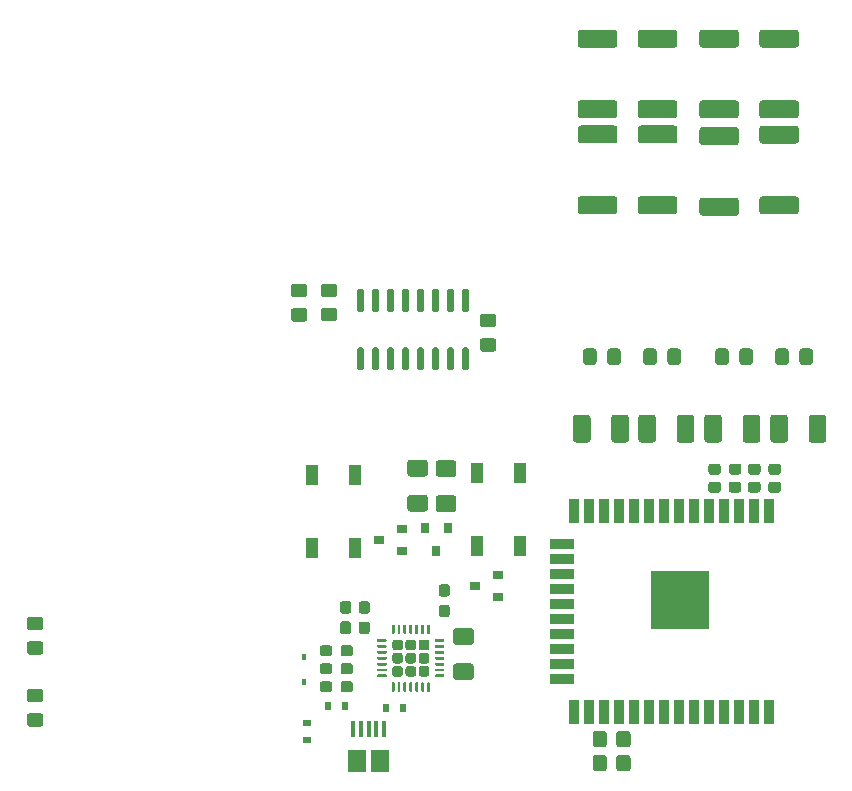
<source format=gbr>
G04 #@! TF.GenerationSoftware,KiCad,Pcbnew,(5.1.12)-1*
G04 #@! TF.CreationDate,2021-12-31T09:04:50-03:00*
G04 #@! TF.ProjectId,hamodule,68616d6f-6475-46c6-952e-6b696361645f,rev?*
G04 #@! TF.SameCoordinates,Original*
G04 #@! TF.FileFunction,Paste,Top*
G04 #@! TF.FilePolarity,Positive*
%FSLAX46Y46*%
G04 Gerber Fmt 4.6, Leading zero omitted, Abs format (unit mm)*
G04 Created by KiCad (PCBNEW (5.1.12)-1) date 2021-12-31 09:04:50*
%MOMM*%
%LPD*%
G01*
G04 APERTURE LIST*
%ADD10R,0.450000X0.600000*%
%ADD11R,0.900000X0.800000*%
%ADD12R,1.500000X1.900000*%
%ADD13R,0.400000X1.350000*%
%ADD14R,5.000000X5.000000*%
%ADD15R,0.900000X2.000000*%
%ADD16R,2.000000X0.900000*%
%ADD17R,0.600000X0.700000*%
%ADD18R,0.700000X0.600000*%
%ADD19R,0.800000X0.900000*%
%ADD20R,1.100000X1.800000*%
G04 APERTURE END LIST*
G36*
G01*
X162231000Y-142084500D02*
X162681000Y-142084500D01*
G75*
G02*
X162906000Y-142309500I0J-225000D01*
G01*
X162906000Y-142759500D01*
G75*
G02*
X162681000Y-142984500I-225000J0D01*
G01*
X162231000Y-142984500D01*
G75*
G02*
X162006000Y-142759500I0J225000D01*
G01*
X162006000Y-142309500D01*
G75*
G02*
X162231000Y-142084500I225000J0D01*
G01*
G37*
G36*
G01*
X163351000Y-142084500D02*
X163801000Y-142084500D01*
G75*
G02*
X164026000Y-142309500I0J-225000D01*
G01*
X164026000Y-142759500D01*
G75*
G02*
X163801000Y-142984500I-225000J0D01*
G01*
X163351000Y-142984500D01*
G75*
G02*
X163126000Y-142759500I0J225000D01*
G01*
X163126000Y-142309500D01*
G75*
G02*
X163351000Y-142084500I225000J0D01*
G01*
G37*
G36*
G01*
X164471000Y-142084500D02*
X164921000Y-142084500D01*
G75*
G02*
X165146000Y-142309500I0J-225000D01*
G01*
X165146000Y-142759500D01*
G75*
G02*
X164921000Y-142984500I-225000J0D01*
G01*
X164471000Y-142984500D01*
G75*
G02*
X164246000Y-142759500I0J225000D01*
G01*
X164246000Y-142309500D01*
G75*
G02*
X164471000Y-142084500I225000J0D01*
G01*
G37*
G36*
G01*
X162231000Y-140964500D02*
X162681000Y-140964500D01*
G75*
G02*
X162906000Y-141189500I0J-225000D01*
G01*
X162906000Y-141639500D01*
G75*
G02*
X162681000Y-141864500I-225000J0D01*
G01*
X162231000Y-141864500D01*
G75*
G02*
X162006000Y-141639500I0J225000D01*
G01*
X162006000Y-141189500D01*
G75*
G02*
X162231000Y-140964500I225000J0D01*
G01*
G37*
G36*
G01*
X163351000Y-140964500D02*
X163801000Y-140964500D01*
G75*
G02*
X164026000Y-141189500I0J-225000D01*
G01*
X164026000Y-141639500D01*
G75*
G02*
X163801000Y-141864500I-225000J0D01*
G01*
X163351000Y-141864500D01*
G75*
G02*
X163126000Y-141639500I0J225000D01*
G01*
X163126000Y-141189500D01*
G75*
G02*
X163351000Y-140964500I225000J0D01*
G01*
G37*
G36*
G01*
X164471000Y-140964500D02*
X164921000Y-140964500D01*
G75*
G02*
X165146000Y-141189500I0J-225000D01*
G01*
X165146000Y-141639500D01*
G75*
G02*
X164921000Y-141864500I-225000J0D01*
G01*
X164471000Y-141864500D01*
G75*
G02*
X164246000Y-141639500I0J225000D01*
G01*
X164246000Y-141189500D01*
G75*
G02*
X164471000Y-140964500I225000J0D01*
G01*
G37*
G36*
G01*
X162231000Y-139844500D02*
X162681000Y-139844500D01*
G75*
G02*
X162906000Y-140069500I0J-225000D01*
G01*
X162906000Y-140519500D01*
G75*
G02*
X162681000Y-140744500I-225000J0D01*
G01*
X162231000Y-140744500D01*
G75*
G02*
X162006000Y-140519500I0J225000D01*
G01*
X162006000Y-140069500D01*
G75*
G02*
X162231000Y-139844500I225000J0D01*
G01*
G37*
G36*
G01*
X163351000Y-139844500D02*
X163801000Y-139844500D01*
G75*
G02*
X164026000Y-140069500I0J-225000D01*
G01*
X164026000Y-140519500D01*
G75*
G02*
X163801000Y-140744500I-225000J0D01*
G01*
X163351000Y-140744500D01*
G75*
G02*
X163126000Y-140519500I0J225000D01*
G01*
X163126000Y-140069500D01*
G75*
G02*
X163351000Y-139844500I225000J0D01*
G01*
G37*
G36*
G01*
X164471000Y-139844500D02*
X164921000Y-139844500D01*
G75*
G02*
X165146000Y-140069500I0J-225000D01*
G01*
X165146000Y-140519500D01*
G75*
G02*
X164921000Y-140744500I-225000J0D01*
G01*
X164471000Y-140744500D01*
G75*
G02*
X164246000Y-140519500I0J225000D01*
G01*
X164246000Y-140069500D01*
G75*
G02*
X164471000Y-139844500I225000J0D01*
G01*
G37*
G36*
G01*
X165688500Y-139789500D02*
X166363500Y-139789500D01*
G75*
G02*
X166426000Y-139852000I0J-62500D01*
G01*
X166426000Y-139977000D01*
G75*
G02*
X166363500Y-140039500I-62500J0D01*
G01*
X165688500Y-140039500D01*
G75*
G02*
X165626000Y-139977000I0J62500D01*
G01*
X165626000Y-139852000D01*
G75*
G02*
X165688500Y-139789500I62500J0D01*
G01*
G37*
G36*
G01*
X165688500Y-140289500D02*
X166363500Y-140289500D01*
G75*
G02*
X166426000Y-140352000I0J-62500D01*
G01*
X166426000Y-140477000D01*
G75*
G02*
X166363500Y-140539500I-62500J0D01*
G01*
X165688500Y-140539500D01*
G75*
G02*
X165626000Y-140477000I0J62500D01*
G01*
X165626000Y-140352000D01*
G75*
G02*
X165688500Y-140289500I62500J0D01*
G01*
G37*
G36*
G01*
X165688500Y-140789500D02*
X166363500Y-140789500D01*
G75*
G02*
X166426000Y-140852000I0J-62500D01*
G01*
X166426000Y-140977000D01*
G75*
G02*
X166363500Y-141039500I-62500J0D01*
G01*
X165688500Y-141039500D01*
G75*
G02*
X165626000Y-140977000I0J62500D01*
G01*
X165626000Y-140852000D01*
G75*
G02*
X165688500Y-140789500I62500J0D01*
G01*
G37*
G36*
G01*
X165688500Y-141289500D02*
X166363500Y-141289500D01*
G75*
G02*
X166426000Y-141352000I0J-62500D01*
G01*
X166426000Y-141477000D01*
G75*
G02*
X166363500Y-141539500I-62500J0D01*
G01*
X165688500Y-141539500D01*
G75*
G02*
X165626000Y-141477000I0J62500D01*
G01*
X165626000Y-141352000D01*
G75*
G02*
X165688500Y-141289500I62500J0D01*
G01*
G37*
G36*
G01*
X165688500Y-141789500D02*
X166363500Y-141789500D01*
G75*
G02*
X166426000Y-141852000I0J-62500D01*
G01*
X166426000Y-141977000D01*
G75*
G02*
X166363500Y-142039500I-62500J0D01*
G01*
X165688500Y-142039500D01*
G75*
G02*
X165626000Y-141977000I0J62500D01*
G01*
X165626000Y-141852000D01*
G75*
G02*
X165688500Y-141789500I62500J0D01*
G01*
G37*
G36*
G01*
X165688500Y-142289500D02*
X166363500Y-142289500D01*
G75*
G02*
X166426000Y-142352000I0J-62500D01*
G01*
X166426000Y-142477000D01*
G75*
G02*
X166363500Y-142539500I-62500J0D01*
G01*
X165688500Y-142539500D01*
G75*
G02*
X165626000Y-142477000I0J62500D01*
G01*
X165626000Y-142352000D01*
G75*
G02*
X165688500Y-142289500I62500J0D01*
G01*
G37*
G36*
G01*
X165688500Y-142789500D02*
X166363500Y-142789500D01*
G75*
G02*
X166426000Y-142852000I0J-62500D01*
G01*
X166426000Y-142977000D01*
G75*
G02*
X166363500Y-143039500I-62500J0D01*
G01*
X165688500Y-143039500D01*
G75*
G02*
X165626000Y-142977000I0J62500D01*
G01*
X165626000Y-142852000D01*
G75*
G02*
X165688500Y-142789500I62500J0D01*
G01*
G37*
G36*
G01*
X165013500Y-143464500D02*
X165138500Y-143464500D01*
G75*
G02*
X165201000Y-143527000I0J-62500D01*
G01*
X165201000Y-144202000D01*
G75*
G02*
X165138500Y-144264500I-62500J0D01*
G01*
X165013500Y-144264500D01*
G75*
G02*
X164951000Y-144202000I0J62500D01*
G01*
X164951000Y-143527000D01*
G75*
G02*
X165013500Y-143464500I62500J0D01*
G01*
G37*
G36*
G01*
X164513500Y-143464500D02*
X164638500Y-143464500D01*
G75*
G02*
X164701000Y-143527000I0J-62500D01*
G01*
X164701000Y-144202000D01*
G75*
G02*
X164638500Y-144264500I-62500J0D01*
G01*
X164513500Y-144264500D01*
G75*
G02*
X164451000Y-144202000I0J62500D01*
G01*
X164451000Y-143527000D01*
G75*
G02*
X164513500Y-143464500I62500J0D01*
G01*
G37*
G36*
G01*
X164013500Y-143464500D02*
X164138500Y-143464500D01*
G75*
G02*
X164201000Y-143527000I0J-62500D01*
G01*
X164201000Y-144202000D01*
G75*
G02*
X164138500Y-144264500I-62500J0D01*
G01*
X164013500Y-144264500D01*
G75*
G02*
X163951000Y-144202000I0J62500D01*
G01*
X163951000Y-143527000D01*
G75*
G02*
X164013500Y-143464500I62500J0D01*
G01*
G37*
G36*
G01*
X163513500Y-143464500D02*
X163638500Y-143464500D01*
G75*
G02*
X163701000Y-143527000I0J-62500D01*
G01*
X163701000Y-144202000D01*
G75*
G02*
X163638500Y-144264500I-62500J0D01*
G01*
X163513500Y-144264500D01*
G75*
G02*
X163451000Y-144202000I0J62500D01*
G01*
X163451000Y-143527000D01*
G75*
G02*
X163513500Y-143464500I62500J0D01*
G01*
G37*
G36*
G01*
X163013500Y-143464500D02*
X163138500Y-143464500D01*
G75*
G02*
X163201000Y-143527000I0J-62500D01*
G01*
X163201000Y-144202000D01*
G75*
G02*
X163138500Y-144264500I-62500J0D01*
G01*
X163013500Y-144264500D01*
G75*
G02*
X162951000Y-144202000I0J62500D01*
G01*
X162951000Y-143527000D01*
G75*
G02*
X163013500Y-143464500I62500J0D01*
G01*
G37*
G36*
G01*
X162513500Y-143464500D02*
X162638500Y-143464500D01*
G75*
G02*
X162701000Y-143527000I0J-62500D01*
G01*
X162701000Y-144202000D01*
G75*
G02*
X162638500Y-144264500I-62500J0D01*
G01*
X162513500Y-144264500D01*
G75*
G02*
X162451000Y-144202000I0J62500D01*
G01*
X162451000Y-143527000D01*
G75*
G02*
X162513500Y-143464500I62500J0D01*
G01*
G37*
G36*
G01*
X162013500Y-143464500D02*
X162138500Y-143464500D01*
G75*
G02*
X162201000Y-143527000I0J-62500D01*
G01*
X162201000Y-144202000D01*
G75*
G02*
X162138500Y-144264500I-62500J0D01*
G01*
X162013500Y-144264500D01*
G75*
G02*
X161951000Y-144202000I0J62500D01*
G01*
X161951000Y-143527000D01*
G75*
G02*
X162013500Y-143464500I62500J0D01*
G01*
G37*
G36*
G01*
X160788500Y-142789500D02*
X161463500Y-142789500D01*
G75*
G02*
X161526000Y-142852000I0J-62500D01*
G01*
X161526000Y-142977000D01*
G75*
G02*
X161463500Y-143039500I-62500J0D01*
G01*
X160788500Y-143039500D01*
G75*
G02*
X160726000Y-142977000I0J62500D01*
G01*
X160726000Y-142852000D01*
G75*
G02*
X160788500Y-142789500I62500J0D01*
G01*
G37*
G36*
G01*
X160788500Y-142289500D02*
X161463500Y-142289500D01*
G75*
G02*
X161526000Y-142352000I0J-62500D01*
G01*
X161526000Y-142477000D01*
G75*
G02*
X161463500Y-142539500I-62500J0D01*
G01*
X160788500Y-142539500D01*
G75*
G02*
X160726000Y-142477000I0J62500D01*
G01*
X160726000Y-142352000D01*
G75*
G02*
X160788500Y-142289500I62500J0D01*
G01*
G37*
G36*
G01*
X160788500Y-141789500D02*
X161463500Y-141789500D01*
G75*
G02*
X161526000Y-141852000I0J-62500D01*
G01*
X161526000Y-141977000D01*
G75*
G02*
X161463500Y-142039500I-62500J0D01*
G01*
X160788500Y-142039500D01*
G75*
G02*
X160726000Y-141977000I0J62500D01*
G01*
X160726000Y-141852000D01*
G75*
G02*
X160788500Y-141789500I62500J0D01*
G01*
G37*
G36*
G01*
X160788500Y-141289500D02*
X161463500Y-141289500D01*
G75*
G02*
X161526000Y-141352000I0J-62500D01*
G01*
X161526000Y-141477000D01*
G75*
G02*
X161463500Y-141539500I-62500J0D01*
G01*
X160788500Y-141539500D01*
G75*
G02*
X160726000Y-141477000I0J62500D01*
G01*
X160726000Y-141352000D01*
G75*
G02*
X160788500Y-141289500I62500J0D01*
G01*
G37*
G36*
G01*
X160788500Y-140789500D02*
X161463500Y-140789500D01*
G75*
G02*
X161526000Y-140852000I0J-62500D01*
G01*
X161526000Y-140977000D01*
G75*
G02*
X161463500Y-141039500I-62500J0D01*
G01*
X160788500Y-141039500D01*
G75*
G02*
X160726000Y-140977000I0J62500D01*
G01*
X160726000Y-140852000D01*
G75*
G02*
X160788500Y-140789500I62500J0D01*
G01*
G37*
G36*
G01*
X160788500Y-140289500D02*
X161463500Y-140289500D01*
G75*
G02*
X161526000Y-140352000I0J-62500D01*
G01*
X161526000Y-140477000D01*
G75*
G02*
X161463500Y-140539500I-62500J0D01*
G01*
X160788500Y-140539500D01*
G75*
G02*
X160726000Y-140477000I0J62500D01*
G01*
X160726000Y-140352000D01*
G75*
G02*
X160788500Y-140289500I62500J0D01*
G01*
G37*
G36*
G01*
X160788500Y-139789500D02*
X161463500Y-139789500D01*
G75*
G02*
X161526000Y-139852000I0J-62500D01*
G01*
X161526000Y-139977000D01*
G75*
G02*
X161463500Y-140039500I-62500J0D01*
G01*
X160788500Y-140039500D01*
G75*
G02*
X160726000Y-139977000I0J62500D01*
G01*
X160726000Y-139852000D01*
G75*
G02*
X160788500Y-139789500I62500J0D01*
G01*
G37*
G36*
G01*
X162013500Y-138564500D02*
X162138500Y-138564500D01*
G75*
G02*
X162201000Y-138627000I0J-62500D01*
G01*
X162201000Y-139302000D01*
G75*
G02*
X162138500Y-139364500I-62500J0D01*
G01*
X162013500Y-139364500D01*
G75*
G02*
X161951000Y-139302000I0J62500D01*
G01*
X161951000Y-138627000D01*
G75*
G02*
X162013500Y-138564500I62500J0D01*
G01*
G37*
G36*
G01*
X162513500Y-138564500D02*
X162638500Y-138564500D01*
G75*
G02*
X162701000Y-138627000I0J-62500D01*
G01*
X162701000Y-139302000D01*
G75*
G02*
X162638500Y-139364500I-62500J0D01*
G01*
X162513500Y-139364500D01*
G75*
G02*
X162451000Y-139302000I0J62500D01*
G01*
X162451000Y-138627000D01*
G75*
G02*
X162513500Y-138564500I62500J0D01*
G01*
G37*
G36*
G01*
X163013500Y-138564500D02*
X163138500Y-138564500D01*
G75*
G02*
X163201000Y-138627000I0J-62500D01*
G01*
X163201000Y-139302000D01*
G75*
G02*
X163138500Y-139364500I-62500J0D01*
G01*
X163013500Y-139364500D01*
G75*
G02*
X162951000Y-139302000I0J62500D01*
G01*
X162951000Y-138627000D01*
G75*
G02*
X163013500Y-138564500I62500J0D01*
G01*
G37*
G36*
G01*
X163513500Y-138564500D02*
X163638500Y-138564500D01*
G75*
G02*
X163701000Y-138627000I0J-62500D01*
G01*
X163701000Y-139302000D01*
G75*
G02*
X163638500Y-139364500I-62500J0D01*
G01*
X163513500Y-139364500D01*
G75*
G02*
X163451000Y-139302000I0J62500D01*
G01*
X163451000Y-138627000D01*
G75*
G02*
X163513500Y-138564500I62500J0D01*
G01*
G37*
G36*
G01*
X164013500Y-138564500D02*
X164138500Y-138564500D01*
G75*
G02*
X164201000Y-138627000I0J-62500D01*
G01*
X164201000Y-139302000D01*
G75*
G02*
X164138500Y-139364500I-62500J0D01*
G01*
X164013500Y-139364500D01*
G75*
G02*
X163951000Y-139302000I0J62500D01*
G01*
X163951000Y-138627000D01*
G75*
G02*
X164013500Y-138564500I62500J0D01*
G01*
G37*
G36*
G01*
X164513500Y-138564500D02*
X164638500Y-138564500D01*
G75*
G02*
X164701000Y-138627000I0J-62500D01*
G01*
X164701000Y-139302000D01*
G75*
G02*
X164638500Y-139364500I-62500J0D01*
G01*
X164513500Y-139364500D01*
G75*
G02*
X164451000Y-139302000I0J62500D01*
G01*
X164451000Y-138627000D01*
G75*
G02*
X164513500Y-138564500I62500J0D01*
G01*
G37*
G36*
G01*
X165013500Y-138564500D02*
X165138500Y-138564500D01*
G75*
G02*
X165201000Y-138627000I0J-62500D01*
G01*
X165201000Y-139302000D01*
G75*
G02*
X165138500Y-139364500I-62500J0D01*
G01*
X165013500Y-139364500D01*
G75*
G02*
X164951000Y-139302000I0J62500D01*
G01*
X164951000Y-138627000D01*
G75*
G02*
X165013500Y-138564500I62500J0D01*
G01*
G37*
G36*
G01*
X180178000Y-147822499D02*
X180178000Y-148722501D01*
G75*
G02*
X179928001Y-148972500I-249999J0D01*
G01*
X179227999Y-148972500D01*
G75*
G02*
X178978000Y-148722501I0J249999D01*
G01*
X178978000Y-147822499D01*
G75*
G02*
X179227999Y-147572500I249999J0D01*
G01*
X179928001Y-147572500D01*
G75*
G02*
X180178000Y-147822499I0J-249999D01*
G01*
G37*
G36*
G01*
X182178000Y-147822499D02*
X182178000Y-148722501D01*
G75*
G02*
X181928001Y-148972500I-249999J0D01*
G01*
X181227999Y-148972500D01*
G75*
G02*
X180978000Y-148722501I0J249999D01*
G01*
X180978000Y-147822499D01*
G75*
G02*
X181227999Y-147572500I249999J0D01*
G01*
X181928001Y-147572500D01*
G75*
G02*
X182178000Y-147822499I0J-249999D01*
G01*
G37*
G36*
G01*
X180178000Y-149854499D02*
X180178000Y-150754501D01*
G75*
G02*
X179928001Y-151004500I-249999J0D01*
G01*
X179227999Y-151004500D01*
G75*
G02*
X178978000Y-150754501I0J249999D01*
G01*
X178978000Y-149854499D01*
G75*
G02*
X179227999Y-149604500I249999J0D01*
G01*
X179928001Y-149604500D01*
G75*
G02*
X180178000Y-149854499I0J-249999D01*
G01*
G37*
G36*
G01*
X182178000Y-149854499D02*
X182178000Y-150754501D01*
G75*
G02*
X181928001Y-151004500I-249999J0D01*
G01*
X181227999Y-151004500D01*
G75*
G02*
X180978000Y-150754501I0J249999D01*
G01*
X180978000Y-149854499D01*
G75*
G02*
X181227999Y-149604500I249999J0D01*
G01*
X181928001Y-149604500D01*
G75*
G02*
X182178000Y-149854499I0J-249999D01*
G01*
G37*
G36*
G01*
X167408700Y-138870000D02*
X168658700Y-138870000D01*
G75*
G02*
X168908700Y-139120000I0J-250000D01*
G01*
X168908700Y-140045000D01*
G75*
G02*
X168658700Y-140295000I-250000J0D01*
G01*
X167408700Y-140295000D01*
G75*
G02*
X167158700Y-140045000I0J250000D01*
G01*
X167158700Y-139120000D01*
G75*
G02*
X167408700Y-138870000I250000J0D01*
G01*
G37*
G36*
G01*
X167408700Y-141845000D02*
X168658700Y-141845000D01*
G75*
G02*
X168908700Y-142095000I0J-250000D01*
G01*
X168908700Y-143020000D01*
G75*
G02*
X168658700Y-143270000I-250000J0D01*
G01*
X167408700Y-143270000D01*
G75*
G02*
X167158700Y-143020000I0J250000D01*
G01*
X167158700Y-142095000D01*
G75*
G02*
X167408700Y-141845000I250000J0D01*
G01*
G37*
G36*
G01*
X177962499Y-102286000D02*
X180812501Y-102286000D01*
G75*
G02*
X181062500Y-102535999I0J-249999D01*
G01*
X181062500Y-103561001D01*
G75*
G02*
X180812501Y-103811000I-249999J0D01*
G01*
X177962499Y-103811000D01*
G75*
G02*
X177712500Y-103561001I0J249999D01*
G01*
X177712500Y-102535999D01*
G75*
G02*
X177962499Y-102286000I249999J0D01*
G01*
G37*
G36*
G01*
X177962499Y-96311000D02*
X180812501Y-96311000D01*
G75*
G02*
X181062500Y-96560999I0J-249999D01*
G01*
X181062500Y-97586001D01*
G75*
G02*
X180812501Y-97836000I-249999J0D01*
G01*
X177962499Y-97836000D01*
G75*
G02*
X177712500Y-97586001I0J249999D01*
G01*
X177712500Y-96560999D01*
G75*
G02*
X177962499Y-96311000I249999J0D01*
G01*
G37*
D10*
X154559000Y-143446500D03*
X154559000Y-141346500D03*
G36*
G01*
X166170600Y-136901700D02*
X166645600Y-136901700D01*
G75*
G02*
X166883100Y-137139200I0J-237500D01*
G01*
X166883100Y-137714200D01*
G75*
G02*
X166645600Y-137951700I-237500J0D01*
G01*
X166170600Y-137951700D01*
G75*
G02*
X165933100Y-137714200I0J237500D01*
G01*
X165933100Y-137139200D01*
G75*
G02*
X166170600Y-136901700I237500J0D01*
G01*
G37*
G36*
G01*
X166170600Y-135151700D02*
X166645600Y-135151700D01*
G75*
G02*
X166883100Y-135389200I0J-237500D01*
G01*
X166883100Y-135964200D01*
G75*
G02*
X166645600Y-136201700I-237500J0D01*
G01*
X166170600Y-136201700D01*
G75*
G02*
X165933100Y-135964200I0J237500D01*
G01*
X165933100Y-135389200D01*
G75*
G02*
X166170600Y-135151700I237500J0D01*
G01*
G37*
G36*
G01*
X156925500Y-142066000D02*
X156925500Y-142541000D01*
G75*
G02*
X156688000Y-142778500I-237500J0D01*
G01*
X156113000Y-142778500D01*
G75*
G02*
X155875500Y-142541000I0J237500D01*
G01*
X155875500Y-142066000D01*
G75*
G02*
X156113000Y-141828500I237500J0D01*
G01*
X156688000Y-141828500D01*
G75*
G02*
X156925500Y-142066000I0J-237500D01*
G01*
G37*
G36*
G01*
X158675500Y-142066000D02*
X158675500Y-142541000D01*
G75*
G02*
X158438000Y-142778500I-237500J0D01*
G01*
X157863000Y-142778500D01*
G75*
G02*
X157625500Y-142541000I0J237500D01*
G01*
X157625500Y-142066000D01*
G75*
G02*
X157863000Y-141828500I237500J0D01*
G01*
X158438000Y-141828500D01*
G75*
G02*
X158675500Y-142066000I0J-237500D01*
G01*
G37*
G36*
G01*
X157625500Y-141017000D02*
X157625500Y-140542000D01*
G75*
G02*
X157863000Y-140304500I237500J0D01*
G01*
X158438000Y-140304500D01*
G75*
G02*
X158675500Y-140542000I0J-237500D01*
G01*
X158675500Y-141017000D01*
G75*
G02*
X158438000Y-141254500I-237500J0D01*
G01*
X157863000Y-141254500D01*
G75*
G02*
X157625500Y-141017000I0J237500D01*
G01*
G37*
G36*
G01*
X155875500Y-141017000D02*
X155875500Y-140542000D01*
G75*
G02*
X156113000Y-140304500I237500J0D01*
G01*
X156688000Y-140304500D01*
G75*
G02*
X156925500Y-140542000I0J-237500D01*
G01*
X156925500Y-141017000D01*
G75*
G02*
X156688000Y-141254500I-237500J0D01*
G01*
X156113000Y-141254500D01*
G75*
G02*
X155875500Y-141017000I0J237500D01*
G01*
G37*
G36*
G01*
X156925500Y-143590000D02*
X156925500Y-144065000D01*
G75*
G02*
X156688000Y-144302500I-237500J0D01*
G01*
X156113000Y-144302500D01*
G75*
G02*
X155875500Y-144065000I0J237500D01*
G01*
X155875500Y-143590000D01*
G75*
G02*
X156113000Y-143352500I237500J0D01*
G01*
X156688000Y-143352500D01*
G75*
G02*
X156925500Y-143590000I0J-237500D01*
G01*
G37*
G36*
G01*
X158675500Y-143590000D02*
X158675500Y-144065000D01*
G75*
G02*
X158438000Y-144302500I-237500J0D01*
G01*
X157863000Y-144302500D01*
G75*
G02*
X157625500Y-144065000I0J237500D01*
G01*
X157625500Y-143590000D01*
G75*
G02*
X157863000Y-143352500I237500J0D01*
G01*
X158438000Y-143352500D01*
G75*
G02*
X158675500Y-143590000I0J-237500D01*
G01*
G37*
D11*
X168989500Y-135318500D03*
X170989500Y-134368500D03*
X170989500Y-136268500D03*
G36*
G01*
X159876500Y-137659400D02*
X159401500Y-137659400D01*
G75*
G02*
X159164000Y-137421900I0J237500D01*
G01*
X159164000Y-136821900D01*
G75*
G02*
X159401500Y-136584400I237500J0D01*
G01*
X159876500Y-136584400D01*
G75*
G02*
X160114000Y-136821900I0J-237500D01*
G01*
X160114000Y-137421900D01*
G75*
G02*
X159876500Y-137659400I-237500J0D01*
G01*
G37*
G36*
G01*
X159876500Y-139384400D02*
X159401500Y-139384400D01*
G75*
G02*
X159164000Y-139146900I0J237500D01*
G01*
X159164000Y-138546900D01*
G75*
G02*
X159401500Y-138309400I237500J0D01*
G01*
X159876500Y-138309400D01*
G75*
G02*
X160114000Y-138546900I0J-237500D01*
G01*
X160114000Y-139146900D01*
G75*
G02*
X159876500Y-139384400I-237500J0D01*
G01*
G37*
D12*
X161005000Y-150114000D03*
D13*
X159355000Y-147414000D03*
X158705000Y-147414000D03*
X161305000Y-147414000D03*
X160655000Y-147414000D03*
X160005000Y-147414000D03*
D12*
X159005000Y-150114000D03*
D14*
X186365500Y-136486500D03*
D15*
X193865500Y-128986500D03*
X192595500Y-128986500D03*
X191325500Y-128986500D03*
X190055500Y-128986500D03*
X188785500Y-128986500D03*
X187515500Y-128986500D03*
X186245500Y-128986500D03*
X184975500Y-128986500D03*
X183705500Y-128986500D03*
X182435500Y-128986500D03*
X181165500Y-128986500D03*
X179895500Y-128986500D03*
X178625500Y-128986500D03*
X177355500Y-128986500D03*
D16*
X176355500Y-131771500D03*
X176355500Y-133041500D03*
X176355500Y-134311500D03*
X176355500Y-135581500D03*
X176355500Y-136851500D03*
X176355500Y-138121500D03*
X176355500Y-139391500D03*
X176355500Y-140661500D03*
X176355500Y-141931500D03*
X176355500Y-143201500D03*
D15*
X177355500Y-145986500D03*
X178625500Y-145986500D03*
X179895500Y-145986500D03*
X181165500Y-145986500D03*
X182435500Y-145986500D03*
X183705500Y-145986500D03*
X184975500Y-145986500D03*
X186245500Y-145986500D03*
X187515500Y-145986500D03*
X188785500Y-145986500D03*
X190055500Y-145986500D03*
X191325500Y-145986500D03*
X192595500Y-145986500D03*
X193865500Y-145986500D03*
G36*
G01*
X190518500Y-125650000D02*
X190518500Y-125175000D01*
G75*
G02*
X190756000Y-124937500I237500J0D01*
G01*
X191331000Y-124937500D01*
G75*
G02*
X191568500Y-125175000I0J-237500D01*
G01*
X191568500Y-125650000D01*
G75*
G02*
X191331000Y-125887500I-237500J0D01*
G01*
X190756000Y-125887500D01*
G75*
G02*
X190518500Y-125650000I0J237500D01*
G01*
G37*
G36*
G01*
X188768500Y-125650000D02*
X188768500Y-125175000D01*
G75*
G02*
X189006000Y-124937500I237500J0D01*
G01*
X189581000Y-124937500D01*
G75*
G02*
X189818500Y-125175000I0J-237500D01*
G01*
X189818500Y-125650000D01*
G75*
G02*
X189581000Y-125887500I-237500J0D01*
G01*
X189006000Y-125887500D01*
G75*
G02*
X188768500Y-125650000I0J237500D01*
G01*
G37*
G36*
G01*
X158289000Y-137648900D02*
X157814000Y-137648900D01*
G75*
G02*
X157576500Y-137411400I0J237500D01*
G01*
X157576500Y-136811400D01*
G75*
G02*
X157814000Y-136573900I237500J0D01*
G01*
X158289000Y-136573900D01*
G75*
G02*
X158526500Y-136811400I0J-237500D01*
G01*
X158526500Y-137411400D01*
G75*
G02*
X158289000Y-137648900I-237500J0D01*
G01*
G37*
G36*
G01*
X158289000Y-139373900D02*
X157814000Y-139373900D01*
G75*
G02*
X157576500Y-139136400I0J237500D01*
G01*
X157576500Y-138536400D01*
G75*
G02*
X157814000Y-138298900I237500J0D01*
G01*
X158289000Y-138298900D01*
G75*
G02*
X158526500Y-138536400I0J-237500D01*
G01*
X158526500Y-139136400D01*
G75*
G02*
X158289000Y-139373900I-237500J0D01*
G01*
G37*
G36*
G01*
X193836000Y-127174000D02*
X193836000Y-126699000D01*
G75*
G02*
X194073500Y-126461500I237500J0D01*
G01*
X194673500Y-126461500D01*
G75*
G02*
X194911000Y-126699000I0J-237500D01*
G01*
X194911000Y-127174000D01*
G75*
G02*
X194673500Y-127411500I-237500J0D01*
G01*
X194073500Y-127411500D01*
G75*
G02*
X193836000Y-127174000I0J237500D01*
G01*
G37*
G36*
G01*
X192111000Y-127174000D02*
X192111000Y-126699000D01*
G75*
G02*
X192348500Y-126461500I237500J0D01*
G01*
X192948500Y-126461500D01*
G75*
G02*
X193186000Y-126699000I0J-237500D01*
G01*
X193186000Y-127174000D01*
G75*
G02*
X192948500Y-127411500I-237500J0D01*
G01*
X192348500Y-127411500D01*
G75*
G02*
X192111000Y-127174000I0J237500D01*
G01*
G37*
G36*
G01*
X193846500Y-125650000D02*
X193846500Y-125175000D01*
G75*
G02*
X194084000Y-124937500I237500J0D01*
G01*
X194684000Y-124937500D01*
G75*
G02*
X194921500Y-125175000I0J-237500D01*
G01*
X194921500Y-125650000D01*
G75*
G02*
X194684000Y-125887500I-237500J0D01*
G01*
X194084000Y-125887500D01*
G75*
G02*
X193846500Y-125650000I0J237500D01*
G01*
G37*
G36*
G01*
X192121500Y-125650000D02*
X192121500Y-125175000D01*
G75*
G02*
X192359000Y-124937500I237500J0D01*
G01*
X192959000Y-124937500D01*
G75*
G02*
X193196500Y-125175000I0J-237500D01*
G01*
X193196500Y-125650000D01*
G75*
G02*
X192959000Y-125887500I-237500J0D01*
G01*
X192359000Y-125887500D01*
G75*
G02*
X192121500Y-125650000I0J237500D01*
G01*
G37*
G36*
G01*
X197254500Y-122908500D02*
X197254500Y-121058500D01*
G75*
G02*
X197504500Y-120808500I250000J0D01*
G01*
X198504500Y-120808500D01*
G75*
G02*
X198754500Y-121058500I0J-250000D01*
G01*
X198754500Y-122908500D01*
G75*
G02*
X198504500Y-123158500I-250000J0D01*
G01*
X197504500Y-123158500D01*
G75*
G02*
X197254500Y-122908500I0J250000D01*
G01*
G37*
G36*
G01*
X194004500Y-122908500D02*
X194004500Y-121058500D01*
G75*
G02*
X194254500Y-120808500I250000J0D01*
G01*
X195254500Y-120808500D01*
G75*
G02*
X195504500Y-121058500I0J-250000D01*
G01*
X195504500Y-122908500D01*
G75*
G02*
X195254500Y-123158500I-250000J0D01*
G01*
X194254500Y-123158500D01*
G75*
G02*
X194004500Y-122908500I0J250000D01*
G01*
G37*
G36*
G01*
X189916500Y-121058500D02*
X189916500Y-122908500D01*
G75*
G02*
X189666500Y-123158500I-250000J0D01*
G01*
X188666500Y-123158500D01*
G75*
G02*
X188416500Y-122908500I0J250000D01*
G01*
X188416500Y-121058500D01*
G75*
G02*
X188666500Y-120808500I250000J0D01*
G01*
X189666500Y-120808500D01*
G75*
G02*
X189916500Y-121058500I0J-250000D01*
G01*
G37*
G36*
G01*
X193166500Y-121058500D02*
X193166500Y-122908500D01*
G75*
G02*
X192916500Y-123158500I-250000J0D01*
G01*
X191916500Y-123158500D01*
G75*
G02*
X191666500Y-122908500I0J250000D01*
G01*
X191666500Y-121058500D01*
G75*
G02*
X191916500Y-120808500I250000J0D01*
G01*
X192916500Y-120808500D01*
G75*
G02*
X193166500Y-121058500I0J-250000D01*
G01*
G37*
G36*
G01*
X186078500Y-122908500D02*
X186078500Y-121058500D01*
G75*
G02*
X186328500Y-120808500I250000J0D01*
G01*
X187328500Y-120808500D01*
G75*
G02*
X187578500Y-121058500I0J-250000D01*
G01*
X187578500Y-122908500D01*
G75*
G02*
X187328500Y-123158500I-250000J0D01*
G01*
X186328500Y-123158500D01*
G75*
G02*
X186078500Y-122908500I0J250000D01*
G01*
G37*
G36*
G01*
X182828500Y-122908500D02*
X182828500Y-121058500D01*
G75*
G02*
X183078500Y-120808500I250000J0D01*
G01*
X184078500Y-120808500D01*
G75*
G02*
X184328500Y-121058500I0J-250000D01*
G01*
X184328500Y-122908500D01*
G75*
G02*
X184078500Y-123158500I-250000J0D01*
G01*
X183078500Y-123158500D01*
G75*
G02*
X182828500Y-122908500I0J250000D01*
G01*
G37*
G36*
G01*
X178792500Y-121058500D02*
X178792500Y-122908500D01*
G75*
G02*
X178542500Y-123158500I-250000J0D01*
G01*
X177542500Y-123158500D01*
G75*
G02*
X177292500Y-122908500I0J250000D01*
G01*
X177292500Y-121058500D01*
G75*
G02*
X177542500Y-120808500I250000J0D01*
G01*
X178542500Y-120808500D01*
G75*
G02*
X178792500Y-121058500I0J-250000D01*
G01*
G37*
G36*
G01*
X182042500Y-121058500D02*
X182042500Y-122908500D01*
G75*
G02*
X181792500Y-123158500I-250000J0D01*
G01*
X180792500Y-123158500D01*
G75*
G02*
X180542500Y-122908500I0J250000D01*
G01*
X180542500Y-121058500D01*
G75*
G02*
X180792500Y-120808500I250000J0D01*
G01*
X181792500Y-120808500D01*
G75*
G02*
X182042500Y-121058500I0J-250000D01*
G01*
G37*
G36*
G01*
X189831000Y-126699000D02*
X189831000Y-127174000D01*
G75*
G02*
X189593500Y-127411500I-237500J0D01*
G01*
X188993500Y-127411500D01*
G75*
G02*
X188756000Y-127174000I0J237500D01*
G01*
X188756000Y-126699000D01*
G75*
G02*
X188993500Y-126461500I237500J0D01*
G01*
X189593500Y-126461500D01*
G75*
G02*
X189831000Y-126699000I0J-237500D01*
G01*
G37*
G36*
G01*
X191556000Y-126699000D02*
X191556000Y-127174000D01*
G75*
G02*
X191318500Y-127411500I-237500J0D01*
G01*
X190718500Y-127411500D01*
G75*
G02*
X190481000Y-127174000I0J237500D01*
G01*
X190481000Y-126699000D01*
G75*
G02*
X190718500Y-126461500I237500J0D01*
G01*
X191318500Y-126461500D01*
G75*
G02*
X191556000Y-126699000I0J-237500D01*
G01*
G37*
D17*
X157988000Y-145478500D03*
X156588000Y-145478500D03*
X161479000Y-145605500D03*
X162879000Y-145605500D03*
D18*
X154813000Y-146937500D03*
X154813000Y-148337500D03*
D11*
X160861500Y-131397500D03*
X162861500Y-130447500D03*
X162861500Y-132347500D03*
D19*
X165737500Y-132365500D03*
X164787500Y-130365500D03*
X166687500Y-130365500D03*
D20*
X155185500Y-132068500D03*
X155185500Y-125868500D03*
X158885500Y-132068500D03*
X158885500Y-125868500D03*
X172855500Y-125741500D03*
X172855500Y-131941500D03*
X169155500Y-125741500D03*
X169155500Y-131941500D03*
G36*
G01*
X165935500Y-127621000D02*
X167185500Y-127621000D01*
G75*
G02*
X167435500Y-127871000I0J-250000D01*
G01*
X167435500Y-128796000D01*
G75*
G02*
X167185500Y-129046000I-250000J0D01*
G01*
X165935500Y-129046000D01*
G75*
G02*
X165685500Y-128796000I0J250000D01*
G01*
X165685500Y-127871000D01*
G75*
G02*
X165935500Y-127621000I250000J0D01*
G01*
G37*
G36*
G01*
X165935500Y-124646000D02*
X167185500Y-124646000D01*
G75*
G02*
X167435500Y-124896000I0J-250000D01*
G01*
X167435500Y-125821000D01*
G75*
G02*
X167185500Y-126071000I-250000J0D01*
G01*
X165935500Y-126071000D01*
G75*
G02*
X165685500Y-125821000I0J250000D01*
G01*
X165685500Y-124896000D01*
G75*
G02*
X165935500Y-124646000I250000J0D01*
G01*
G37*
G36*
G01*
X164772500Y-126034500D02*
X163522500Y-126034500D01*
G75*
G02*
X163272500Y-125784500I0J250000D01*
G01*
X163272500Y-124859500D01*
G75*
G02*
X163522500Y-124609500I250000J0D01*
G01*
X164772500Y-124609500D01*
G75*
G02*
X165022500Y-124859500I0J-250000D01*
G01*
X165022500Y-125784500D01*
G75*
G02*
X164772500Y-126034500I-250000J0D01*
G01*
G37*
G36*
G01*
X164772500Y-129009500D02*
X163522500Y-129009500D01*
G75*
G02*
X163272500Y-128759500I0J250000D01*
G01*
X163272500Y-127834500D01*
G75*
G02*
X163522500Y-127584500I250000J0D01*
G01*
X164772500Y-127584500D01*
G75*
G02*
X165022500Y-127834500I0J-250000D01*
G01*
X165022500Y-128759500D01*
G75*
G02*
X164772500Y-129009500I-250000J0D01*
G01*
G37*
G36*
G01*
X193329499Y-94176000D02*
X196179501Y-94176000D01*
G75*
G02*
X196429500Y-94425999I0J-249999D01*
G01*
X196429500Y-95451001D01*
G75*
G02*
X196179501Y-95701000I-249999J0D01*
G01*
X193329499Y-95701000D01*
G75*
G02*
X193079500Y-95451001I0J249999D01*
G01*
X193079500Y-94425999D01*
G75*
G02*
X193329499Y-94176000I249999J0D01*
G01*
G37*
G36*
G01*
X193329499Y-88201000D02*
X196179501Y-88201000D01*
G75*
G02*
X196429500Y-88450999I0J-249999D01*
G01*
X196429500Y-89476001D01*
G75*
G02*
X196179501Y-89726000I-249999J0D01*
G01*
X193329499Y-89726000D01*
G75*
G02*
X193079500Y-89476001I0J249999D01*
G01*
X193079500Y-88450999D01*
G75*
G02*
X193329499Y-88201000I249999J0D01*
G01*
G37*
G36*
G01*
X188249499Y-94176000D02*
X191099501Y-94176000D01*
G75*
G02*
X191349500Y-94425999I0J-249999D01*
G01*
X191349500Y-95451001D01*
G75*
G02*
X191099501Y-95701000I-249999J0D01*
G01*
X188249499Y-95701000D01*
G75*
G02*
X187999500Y-95451001I0J249999D01*
G01*
X187999500Y-94425999D01*
G75*
G02*
X188249499Y-94176000I249999J0D01*
G01*
G37*
G36*
G01*
X188249499Y-88201000D02*
X191099501Y-88201000D01*
G75*
G02*
X191349500Y-88450999I0J-249999D01*
G01*
X191349500Y-89476001D01*
G75*
G02*
X191099501Y-89726000I-249999J0D01*
G01*
X188249499Y-89726000D01*
G75*
G02*
X187999500Y-89476001I0J249999D01*
G01*
X187999500Y-88450999D01*
G75*
G02*
X188249499Y-88201000I249999J0D01*
G01*
G37*
G36*
G01*
X193329499Y-102304000D02*
X196179501Y-102304000D01*
G75*
G02*
X196429500Y-102553999I0J-249999D01*
G01*
X196429500Y-103579001D01*
G75*
G02*
X196179501Y-103829000I-249999J0D01*
G01*
X193329499Y-103829000D01*
G75*
G02*
X193079500Y-103579001I0J249999D01*
G01*
X193079500Y-102553999D01*
G75*
G02*
X193329499Y-102304000I249999J0D01*
G01*
G37*
G36*
G01*
X193329499Y-96329000D02*
X196179501Y-96329000D01*
G75*
G02*
X196429500Y-96578999I0J-249999D01*
G01*
X196429500Y-97604001D01*
G75*
G02*
X196179501Y-97854000I-249999J0D01*
G01*
X193329499Y-97854000D01*
G75*
G02*
X193079500Y-97604001I0J249999D01*
G01*
X193079500Y-96578999D01*
G75*
G02*
X193329499Y-96329000I249999J0D01*
G01*
G37*
G36*
G01*
X188249499Y-102431000D02*
X191099501Y-102431000D01*
G75*
G02*
X191349500Y-102680999I0J-249999D01*
G01*
X191349500Y-103706001D01*
G75*
G02*
X191099501Y-103956000I-249999J0D01*
G01*
X188249499Y-103956000D01*
G75*
G02*
X187999500Y-103706001I0J249999D01*
G01*
X187999500Y-102680999D01*
G75*
G02*
X188249499Y-102431000I249999J0D01*
G01*
G37*
G36*
G01*
X188249499Y-96456000D02*
X191099501Y-96456000D01*
G75*
G02*
X191349500Y-96705999I0J-249999D01*
G01*
X191349500Y-97731001D01*
G75*
G02*
X191099501Y-97981000I-249999J0D01*
G01*
X188249499Y-97981000D01*
G75*
G02*
X187999500Y-97731001I0J249999D01*
G01*
X187999500Y-96705999D01*
G75*
G02*
X188249499Y-96456000I249999J0D01*
G01*
G37*
G36*
G01*
X196483500Y-116337501D02*
X196483500Y-115437499D01*
G75*
G02*
X196733499Y-115187500I249999J0D01*
G01*
X197383501Y-115187500D01*
G75*
G02*
X197633500Y-115437499I0J-249999D01*
G01*
X197633500Y-116337501D01*
G75*
G02*
X197383501Y-116587500I-249999J0D01*
G01*
X196733499Y-116587500D01*
G75*
G02*
X196483500Y-116337501I0J249999D01*
G01*
G37*
G36*
G01*
X194433500Y-116337501D02*
X194433500Y-115437499D01*
G75*
G02*
X194683499Y-115187500I249999J0D01*
G01*
X195333501Y-115187500D01*
G75*
G02*
X195583500Y-115437499I0J-249999D01*
G01*
X195583500Y-116337501D01*
G75*
G02*
X195333501Y-116587500I-249999J0D01*
G01*
X194683499Y-116587500D01*
G75*
G02*
X194433500Y-116337501I0J249999D01*
G01*
G37*
G36*
G01*
X190503500Y-115437499D02*
X190503500Y-116337501D01*
G75*
G02*
X190253501Y-116587500I-249999J0D01*
G01*
X189603499Y-116587500D01*
G75*
G02*
X189353500Y-116337501I0J249999D01*
G01*
X189353500Y-115437499D01*
G75*
G02*
X189603499Y-115187500I249999J0D01*
G01*
X190253501Y-115187500D01*
G75*
G02*
X190503500Y-115437499I0J-249999D01*
G01*
G37*
G36*
G01*
X192553500Y-115437499D02*
X192553500Y-116337501D01*
G75*
G02*
X192303501Y-116587500I-249999J0D01*
G01*
X191653499Y-116587500D01*
G75*
G02*
X191403500Y-116337501I0J249999D01*
G01*
X191403500Y-115437499D01*
G75*
G02*
X191653499Y-115187500I249999J0D01*
G01*
X192303501Y-115187500D01*
G75*
G02*
X192553500Y-115437499I0J-249999D01*
G01*
G37*
G36*
G01*
X185307500Y-116337501D02*
X185307500Y-115437499D01*
G75*
G02*
X185557499Y-115187500I249999J0D01*
G01*
X186207501Y-115187500D01*
G75*
G02*
X186457500Y-115437499I0J-249999D01*
G01*
X186457500Y-116337501D01*
G75*
G02*
X186207501Y-116587500I-249999J0D01*
G01*
X185557499Y-116587500D01*
G75*
G02*
X185307500Y-116337501I0J249999D01*
G01*
G37*
G36*
G01*
X183257500Y-116337501D02*
X183257500Y-115437499D01*
G75*
G02*
X183507499Y-115187500I249999J0D01*
G01*
X184157501Y-115187500D01*
G75*
G02*
X184407500Y-115437499I0J-249999D01*
G01*
X184407500Y-116337501D01*
G75*
G02*
X184157501Y-116587500I-249999J0D01*
G01*
X183507499Y-116587500D01*
G75*
G02*
X183257500Y-116337501I0J249999D01*
G01*
G37*
G36*
G01*
X179309500Y-115437499D02*
X179309500Y-116337501D01*
G75*
G02*
X179059501Y-116587500I-249999J0D01*
G01*
X178409499Y-116587500D01*
G75*
G02*
X178159500Y-116337501I0J249999D01*
G01*
X178159500Y-115437499D01*
G75*
G02*
X178409499Y-115187500I249999J0D01*
G01*
X179059501Y-115187500D01*
G75*
G02*
X179309500Y-115437499I0J-249999D01*
G01*
G37*
G36*
G01*
X181359500Y-115437499D02*
X181359500Y-116337501D01*
G75*
G02*
X181109501Y-116587500I-249999J0D01*
G01*
X180459499Y-116587500D01*
G75*
G02*
X180209500Y-116337501I0J249999D01*
G01*
X180209500Y-115437499D01*
G75*
G02*
X180459499Y-115187500I249999J0D01*
G01*
X181109501Y-115187500D01*
G75*
G02*
X181359500Y-115437499I0J-249999D01*
G01*
G37*
G36*
G01*
X132212501Y-139068500D02*
X131312499Y-139068500D01*
G75*
G02*
X131062500Y-138818501I0J249999D01*
G01*
X131062500Y-138168499D01*
G75*
G02*
X131312499Y-137918500I249999J0D01*
G01*
X132212501Y-137918500D01*
G75*
G02*
X132462500Y-138168499I0J-249999D01*
G01*
X132462500Y-138818501D01*
G75*
G02*
X132212501Y-139068500I-249999J0D01*
G01*
G37*
G36*
G01*
X132212501Y-141118500D02*
X131312499Y-141118500D01*
G75*
G02*
X131062500Y-140868501I0J249999D01*
G01*
X131062500Y-140218499D01*
G75*
G02*
X131312499Y-139968500I249999J0D01*
G01*
X132212501Y-139968500D01*
G75*
G02*
X132462500Y-140218499I0J-249999D01*
G01*
X132462500Y-140868501D01*
G75*
G02*
X132212501Y-141118500I-249999J0D01*
G01*
G37*
G36*
G01*
X131312499Y-146064500D02*
X132212501Y-146064500D01*
G75*
G02*
X132462500Y-146314499I0J-249999D01*
G01*
X132462500Y-146964501D01*
G75*
G02*
X132212501Y-147214500I-249999J0D01*
G01*
X131312499Y-147214500D01*
G75*
G02*
X131062500Y-146964501I0J249999D01*
G01*
X131062500Y-146314499D01*
G75*
G02*
X131312499Y-146064500I249999J0D01*
G01*
G37*
G36*
G01*
X131312499Y-144014500D02*
X132212501Y-144014500D01*
G75*
G02*
X132462500Y-144264499I0J-249999D01*
G01*
X132462500Y-144914501D01*
G75*
G02*
X132212501Y-145164500I-249999J0D01*
G01*
X131312499Y-145164500D01*
G75*
G02*
X131062500Y-144914501I0J249999D01*
G01*
X131062500Y-144264499D01*
G75*
G02*
X131312499Y-144014500I249999J0D01*
G01*
G37*
G36*
G01*
X157104501Y-110856500D02*
X156204499Y-110856500D01*
G75*
G02*
X155954500Y-110606501I0J249999D01*
G01*
X155954500Y-109956499D01*
G75*
G02*
X156204499Y-109706500I249999J0D01*
G01*
X157104501Y-109706500D01*
G75*
G02*
X157354500Y-109956499I0J-249999D01*
G01*
X157354500Y-110606501D01*
G75*
G02*
X157104501Y-110856500I-249999J0D01*
G01*
G37*
G36*
G01*
X157104501Y-112906500D02*
X156204499Y-112906500D01*
G75*
G02*
X155954500Y-112656501I0J249999D01*
G01*
X155954500Y-112006499D01*
G75*
G02*
X156204499Y-111756500I249999J0D01*
G01*
X157104501Y-111756500D01*
G75*
G02*
X157354500Y-112006499I0J-249999D01*
G01*
X157354500Y-112656501D01*
G75*
G02*
X157104501Y-112906500I-249999J0D01*
G01*
G37*
G36*
G01*
X154564501Y-110865500D02*
X153664499Y-110865500D01*
G75*
G02*
X153414500Y-110615501I0J249999D01*
G01*
X153414500Y-109965499D01*
G75*
G02*
X153664499Y-109715500I249999J0D01*
G01*
X154564501Y-109715500D01*
G75*
G02*
X154814500Y-109965499I0J-249999D01*
G01*
X154814500Y-110615501D01*
G75*
G02*
X154564501Y-110865500I-249999J0D01*
G01*
G37*
G36*
G01*
X154564501Y-112915500D02*
X153664499Y-112915500D01*
G75*
G02*
X153414500Y-112665501I0J249999D01*
G01*
X153414500Y-112015499D01*
G75*
G02*
X153664499Y-111765500I249999J0D01*
G01*
X154564501Y-111765500D01*
G75*
G02*
X154814500Y-112015499I0J-249999D01*
G01*
X154814500Y-112665501D01*
G75*
G02*
X154564501Y-112915500I-249999J0D01*
G01*
G37*
G36*
G01*
X169666499Y-114314500D02*
X170566501Y-114314500D01*
G75*
G02*
X170816500Y-114564499I0J-249999D01*
G01*
X170816500Y-115214501D01*
G75*
G02*
X170566501Y-115464500I-249999J0D01*
G01*
X169666499Y-115464500D01*
G75*
G02*
X169416500Y-115214501I0J249999D01*
G01*
X169416500Y-114564499D01*
G75*
G02*
X169666499Y-114314500I249999J0D01*
G01*
G37*
G36*
G01*
X169666499Y-112264500D02*
X170566501Y-112264500D01*
G75*
G02*
X170816500Y-112514499I0J-249999D01*
G01*
X170816500Y-113164501D01*
G75*
G02*
X170566501Y-113414500I-249999J0D01*
G01*
X169666499Y-113414500D01*
G75*
G02*
X169416500Y-113164501I0J249999D01*
G01*
X169416500Y-112514499D01*
G75*
G02*
X169666499Y-112264500I249999J0D01*
G01*
G37*
G36*
G01*
X159471500Y-112101500D02*
X159171500Y-112101500D01*
G75*
G02*
X159021500Y-111951500I0J150000D01*
G01*
X159021500Y-110301500D01*
G75*
G02*
X159171500Y-110151500I150000J0D01*
G01*
X159471500Y-110151500D01*
G75*
G02*
X159621500Y-110301500I0J-150000D01*
G01*
X159621500Y-111951500D01*
G75*
G02*
X159471500Y-112101500I-150000J0D01*
G01*
G37*
G36*
G01*
X160741500Y-112101500D02*
X160441500Y-112101500D01*
G75*
G02*
X160291500Y-111951500I0J150000D01*
G01*
X160291500Y-110301500D01*
G75*
G02*
X160441500Y-110151500I150000J0D01*
G01*
X160741500Y-110151500D01*
G75*
G02*
X160891500Y-110301500I0J-150000D01*
G01*
X160891500Y-111951500D01*
G75*
G02*
X160741500Y-112101500I-150000J0D01*
G01*
G37*
G36*
G01*
X162011500Y-112101500D02*
X161711500Y-112101500D01*
G75*
G02*
X161561500Y-111951500I0J150000D01*
G01*
X161561500Y-110301500D01*
G75*
G02*
X161711500Y-110151500I150000J0D01*
G01*
X162011500Y-110151500D01*
G75*
G02*
X162161500Y-110301500I0J-150000D01*
G01*
X162161500Y-111951500D01*
G75*
G02*
X162011500Y-112101500I-150000J0D01*
G01*
G37*
G36*
G01*
X163281500Y-112101500D02*
X162981500Y-112101500D01*
G75*
G02*
X162831500Y-111951500I0J150000D01*
G01*
X162831500Y-110301500D01*
G75*
G02*
X162981500Y-110151500I150000J0D01*
G01*
X163281500Y-110151500D01*
G75*
G02*
X163431500Y-110301500I0J-150000D01*
G01*
X163431500Y-111951500D01*
G75*
G02*
X163281500Y-112101500I-150000J0D01*
G01*
G37*
G36*
G01*
X164551500Y-112101500D02*
X164251500Y-112101500D01*
G75*
G02*
X164101500Y-111951500I0J150000D01*
G01*
X164101500Y-110301500D01*
G75*
G02*
X164251500Y-110151500I150000J0D01*
G01*
X164551500Y-110151500D01*
G75*
G02*
X164701500Y-110301500I0J-150000D01*
G01*
X164701500Y-111951500D01*
G75*
G02*
X164551500Y-112101500I-150000J0D01*
G01*
G37*
G36*
G01*
X165821500Y-112101500D02*
X165521500Y-112101500D01*
G75*
G02*
X165371500Y-111951500I0J150000D01*
G01*
X165371500Y-110301500D01*
G75*
G02*
X165521500Y-110151500I150000J0D01*
G01*
X165821500Y-110151500D01*
G75*
G02*
X165971500Y-110301500I0J-150000D01*
G01*
X165971500Y-111951500D01*
G75*
G02*
X165821500Y-112101500I-150000J0D01*
G01*
G37*
G36*
G01*
X167091500Y-112101500D02*
X166791500Y-112101500D01*
G75*
G02*
X166641500Y-111951500I0J150000D01*
G01*
X166641500Y-110301500D01*
G75*
G02*
X166791500Y-110151500I150000J0D01*
G01*
X167091500Y-110151500D01*
G75*
G02*
X167241500Y-110301500I0J-150000D01*
G01*
X167241500Y-111951500D01*
G75*
G02*
X167091500Y-112101500I-150000J0D01*
G01*
G37*
G36*
G01*
X168361500Y-112101500D02*
X168061500Y-112101500D01*
G75*
G02*
X167911500Y-111951500I0J150000D01*
G01*
X167911500Y-110301500D01*
G75*
G02*
X168061500Y-110151500I150000J0D01*
G01*
X168361500Y-110151500D01*
G75*
G02*
X168511500Y-110301500I0J-150000D01*
G01*
X168511500Y-111951500D01*
G75*
G02*
X168361500Y-112101500I-150000J0D01*
G01*
G37*
G36*
G01*
X168361500Y-117051500D02*
X168061500Y-117051500D01*
G75*
G02*
X167911500Y-116901500I0J150000D01*
G01*
X167911500Y-115251500D01*
G75*
G02*
X168061500Y-115101500I150000J0D01*
G01*
X168361500Y-115101500D01*
G75*
G02*
X168511500Y-115251500I0J-150000D01*
G01*
X168511500Y-116901500D01*
G75*
G02*
X168361500Y-117051500I-150000J0D01*
G01*
G37*
G36*
G01*
X167091500Y-117051500D02*
X166791500Y-117051500D01*
G75*
G02*
X166641500Y-116901500I0J150000D01*
G01*
X166641500Y-115251500D01*
G75*
G02*
X166791500Y-115101500I150000J0D01*
G01*
X167091500Y-115101500D01*
G75*
G02*
X167241500Y-115251500I0J-150000D01*
G01*
X167241500Y-116901500D01*
G75*
G02*
X167091500Y-117051500I-150000J0D01*
G01*
G37*
G36*
G01*
X165821500Y-117051500D02*
X165521500Y-117051500D01*
G75*
G02*
X165371500Y-116901500I0J150000D01*
G01*
X165371500Y-115251500D01*
G75*
G02*
X165521500Y-115101500I150000J0D01*
G01*
X165821500Y-115101500D01*
G75*
G02*
X165971500Y-115251500I0J-150000D01*
G01*
X165971500Y-116901500D01*
G75*
G02*
X165821500Y-117051500I-150000J0D01*
G01*
G37*
G36*
G01*
X164551500Y-117051500D02*
X164251500Y-117051500D01*
G75*
G02*
X164101500Y-116901500I0J150000D01*
G01*
X164101500Y-115251500D01*
G75*
G02*
X164251500Y-115101500I150000J0D01*
G01*
X164551500Y-115101500D01*
G75*
G02*
X164701500Y-115251500I0J-150000D01*
G01*
X164701500Y-116901500D01*
G75*
G02*
X164551500Y-117051500I-150000J0D01*
G01*
G37*
G36*
G01*
X163281500Y-117051500D02*
X162981500Y-117051500D01*
G75*
G02*
X162831500Y-116901500I0J150000D01*
G01*
X162831500Y-115251500D01*
G75*
G02*
X162981500Y-115101500I150000J0D01*
G01*
X163281500Y-115101500D01*
G75*
G02*
X163431500Y-115251500I0J-150000D01*
G01*
X163431500Y-116901500D01*
G75*
G02*
X163281500Y-117051500I-150000J0D01*
G01*
G37*
G36*
G01*
X162011500Y-117051500D02*
X161711500Y-117051500D01*
G75*
G02*
X161561500Y-116901500I0J150000D01*
G01*
X161561500Y-115251500D01*
G75*
G02*
X161711500Y-115101500I150000J0D01*
G01*
X162011500Y-115101500D01*
G75*
G02*
X162161500Y-115251500I0J-150000D01*
G01*
X162161500Y-116901500D01*
G75*
G02*
X162011500Y-117051500I-150000J0D01*
G01*
G37*
G36*
G01*
X160741500Y-117051500D02*
X160441500Y-117051500D01*
G75*
G02*
X160291500Y-116901500I0J150000D01*
G01*
X160291500Y-115251500D01*
G75*
G02*
X160441500Y-115101500I150000J0D01*
G01*
X160741500Y-115101500D01*
G75*
G02*
X160891500Y-115251500I0J-150000D01*
G01*
X160891500Y-116901500D01*
G75*
G02*
X160741500Y-117051500I-150000J0D01*
G01*
G37*
G36*
G01*
X159471500Y-117051500D02*
X159171500Y-117051500D01*
G75*
G02*
X159021500Y-116901500I0J150000D01*
G01*
X159021500Y-115251500D01*
G75*
G02*
X159171500Y-115101500I150000J0D01*
G01*
X159471500Y-115101500D01*
G75*
G02*
X159621500Y-115251500I0J-150000D01*
G01*
X159621500Y-116901500D01*
G75*
G02*
X159471500Y-117051500I-150000J0D01*
G01*
G37*
G36*
G01*
X183042499Y-94176000D02*
X185892501Y-94176000D01*
G75*
G02*
X186142500Y-94425999I0J-249999D01*
G01*
X186142500Y-95451001D01*
G75*
G02*
X185892501Y-95701000I-249999J0D01*
G01*
X183042499Y-95701000D01*
G75*
G02*
X182792500Y-95451001I0J249999D01*
G01*
X182792500Y-94425999D01*
G75*
G02*
X183042499Y-94176000I249999J0D01*
G01*
G37*
G36*
G01*
X183042499Y-88201000D02*
X185892501Y-88201000D01*
G75*
G02*
X186142500Y-88450999I0J-249999D01*
G01*
X186142500Y-89476001D01*
G75*
G02*
X185892501Y-89726000I-249999J0D01*
G01*
X183042499Y-89726000D01*
G75*
G02*
X182792500Y-89476001I0J249999D01*
G01*
X182792500Y-88450999D01*
G75*
G02*
X183042499Y-88201000I249999J0D01*
G01*
G37*
G36*
G01*
X177962499Y-94176000D02*
X180812501Y-94176000D01*
G75*
G02*
X181062500Y-94425999I0J-249999D01*
G01*
X181062500Y-95451001D01*
G75*
G02*
X180812501Y-95701000I-249999J0D01*
G01*
X177962499Y-95701000D01*
G75*
G02*
X177712500Y-95451001I0J249999D01*
G01*
X177712500Y-94425999D01*
G75*
G02*
X177962499Y-94176000I249999J0D01*
G01*
G37*
G36*
G01*
X177962499Y-88201000D02*
X180812501Y-88201000D01*
G75*
G02*
X181062500Y-88450999I0J-249999D01*
G01*
X181062500Y-89476001D01*
G75*
G02*
X180812501Y-89726000I-249999J0D01*
G01*
X177962499Y-89726000D01*
G75*
G02*
X177712500Y-89476001I0J249999D01*
G01*
X177712500Y-88450999D01*
G75*
G02*
X177962499Y-88201000I249999J0D01*
G01*
G37*
G36*
G01*
X183042499Y-102286000D02*
X185892501Y-102286000D01*
G75*
G02*
X186142500Y-102535999I0J-249999D01*
G01*
X186142500Y-103561001D01*
G75*
G02*
X185892501Y-103811000I-249999J0D01*
G01*
X183042499Y-103811000D01*
G75*
G02*
X182792500Y-103561001I0J249999D01*
G01*
X182792500Y-102535999D01*
G75*
G02*
X183042499Y-102286000I249999J0D01*
G01*
G37*
G36*
G01*
X183042499Y-96311000D02*
X185892501Y-96311000D01*
G75*
G02*
X186142500Y-96560999I0J-249999D01*
G01*
X186142500Y-97586001D01*
G75*
G02*
X185892501Y-97836000I-249999J0D01*
G01*
X183042499Y-97836000D01*
G75*
G02*
X182792500Y-97586001I0J249999D01*
G01*
X182792500Y-96560999D01*
G75*
G02*
X183042499Y-96311000I249999J0D01*
G01*
G37*
M02*

</source>
